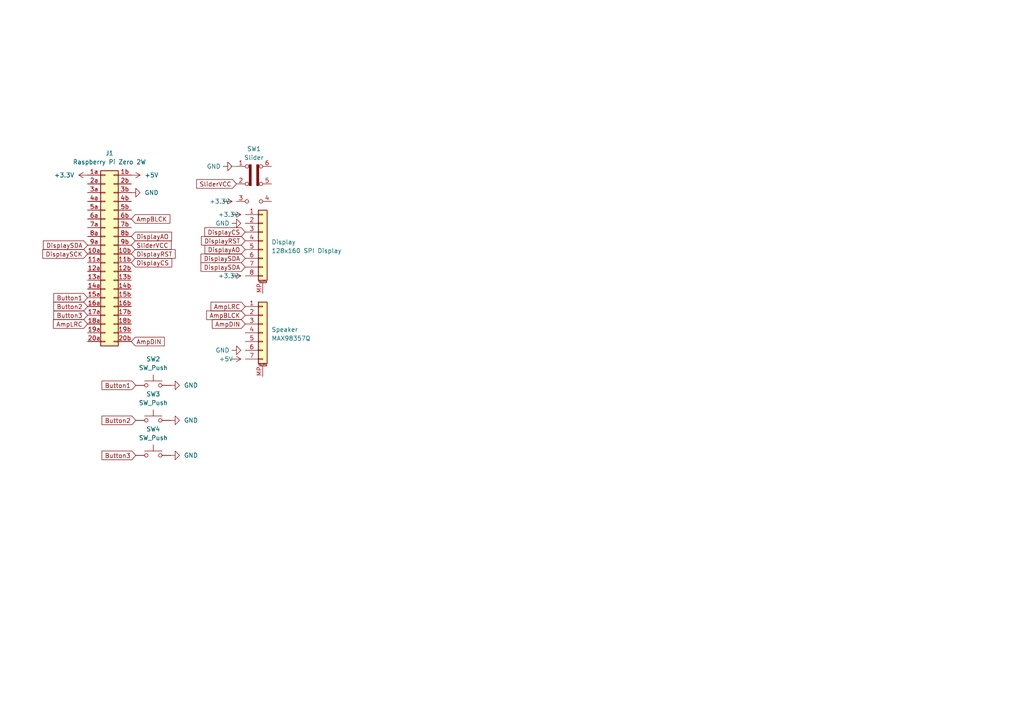
<source format=kicad_sch>
(kicad_sch (version 20250114) (generator "eeschema") (generator_version "9.0")
  (paper "A4")
  (lib_symbols
    (symbol "Connector_Generic:Conn_02x20_Row_Letter_Last" (pin_names (offset 1.016) (hide yes))
      (property "Reference" "J" (at 1.27 25.4 0))
      (property "Value" "Conn_02x20_Row_Letter_Last" (at 1.27 -27.94 0))
      (symbol "Conn_02x20_Row_Letter_Last_1_1"
        (rectangle (start -1.27 24.13) (end 3.81 -26.67) (stroke (width 0.254)) (fill (type background)))
        (rectangle (start -1.27 22.987) (end 0 22.733) (stroke (width 0.1524)))
        (rectangle (start -1.27 20.447) (end 0 20.193) (stroke (width 0.1524)))
        (rectangle (start -1.27 17.907) (end 0 17.653) (stroke (width 0.1524)))
        (rectangle (start -1.27 15.367) (end 0 15.113) (stroke (width 0.1524)))
        (rectangle (start -1.27 12.827) (end 0 12.573) (stroke (width 0.1524)))
        (rectangle (start -1.27 10.287) (end 0 10.033) (stroke (width 0.1524)))
        (rectangle (start -1.27 7.747) (end 0 7.493) (stroke (width 0.1524)))
        (rectangle (start -1.27 5.207) (end 0 4.953) (stroke (width 0.1524)))
        (rectangle (start -1.27 2.667) (end 0 2.413) (stroke (width 0.1524)))
        (rectangle (start -1.27 0.127) (end 0 -0.127) (stroke (width 0.1524)))
        (rectangle (start -1.27 -2.413) (end 0 -2.667) (stroke (width 0.1524)))
        (rectangle (start -1.27 -4.953) (end 0 -5.207) (stroke (width 0.1524)))
        (rectangle (start -1.27 -7.493) (end 0 -7.747) (stroke (width 0.1524)))
        (rectangle (start -1.27 -10.033) (end 0 -10.287) (stroke (width 0.1524)))
        (rectangle (start -1.27 -12.573) (end 0 -12.827) (stroke (width 0.1524)))
        (rectangle (start -1.27 -15.113) (end 0 -15.367) (stroke (width 0.1524)))
        (rectangle (start -1.27 -17.653) (end 0 -17.907) (stroke (width 0.1524)))
        (rectangle (start -1.27 -20.193) (end 0 -20.447) (stroke (width 0.1524)))
        (rectangle (start -1.27 -22.733) (end 0 -22.987) (stroke (width 0.1524)))
        (rectangle (start -1.27 -25.273) (end 0 -25.527) (stroke (width 0.1524)))
        (rectangle (start 3.81 22.987) (end 2.54 22.733) (stroke (width 0.1524)))
        (rectangle (start 3.81 20.447) (end 2.54 20.193) (stroke (width 0.1524)))
        (rectangle (start 3.81 17.907) (end 2.54 17.653) (stroke (width 0.1524)))
        (rectangle (start 3.81 15.367) (end 2.54 15.113) (stroke (width 0.1524)))
        (rectangle (start 3.81 12.827) (end 2.54 12.573) (stroke (width 0.1524)))
        (rectangle (start 3.81 10.287) (end 2.54 10.033) (stroke (width 0.1524)))
        (rectangle (start 3.81 7.747) (end 2.54 7.493) (stroke (width 0.1524)))
        (rectangle (start 3.81 5.207) (end 2.54 4.953) (stroke (width 0.1524)))
        (rectangle (start 3.81 2.667) (end 2.54 2.413) (stroke (width 0.1524)))
        (rectangle (start 3.81 0.127) (end 2.54 -0.127) (stroke (width 0.1524)))
        (rectangle (start 3.81 -2.413) (end 2.54 -2.667) (stroke (width 0.1524)))
        (rectangle (start 3.81 -4.953) (end 2.54 -5.207) (stroke (width 0.1524)))
        (rectangle (start 3.81 -7.493) (end 2.54 -7.747) (stroke (width 0.1524)))
        (rectangle (start 3.81 -10.033) (end 2.54 -10.287) (stroke (width 0.1524)))
        (rectangle (start 3.81 -12.573) (end 2.54 -12.827) (stroke (width 0.1524)))
        (rectangle (start 3.81 -15.113) (end 2.54 -15.367) (stroke (width 0.1524)))
        (rectangle (start 3.81 -17.653) (end 2.54 -17.907) (stroke (width 0.1524)))
        (rectangle (start 3.81 -20.193) (end 2.54 -20.447) (stroke (width 0.1524)))
        (rectangle (start 3.81 -22.733) (end 2.54 -22.987) (stroke (width 0.1524)))
        (rectangle (start 3.81 -25.273) (end 2.54 -25.527) (stroke (width 0.1524)))
        (pin passive line (at -5.08 22.86 0) (length 3.81) (name "Pin_1a") (number "1a"))
        (pin passive line (at -5.08 20.32 0) (length 3.81) (name "Pin_2a") (number "2a"))
        (pin passive line (at -5.08 17.78 0) (length 3.81) (name "Pin_3a") (number "3a"))
        (pin passive line (at -5.08 15.24 0) (length 3.81) (name "Pin_4a") (number "4a"))
        (pin passive line (at -5.08 12.7 0) (length 3.81) (name "Pin_5a") (number "5a"))
        (pin passive line (at -5.08 10.16 0) (length 3.81) (name "Pin_6a") (number "6a"))
        (pin passive line (at -5.08 7.62 0) (length 3.81) (name "Pin_7a") (number "7a"))
        (pin passive line (at -5.08 5.08 0) (length 3.81) (name "Pin_8a") (number "8a"))
        (pin passive line (at -5.08 2.54 0) (length 3.81) (name "Pin_9a") (number "9a"))
        (pin passive line (at -5.08 0 0) (length 3.81) (name "Pin_10a") (number "10a"))
        (pin passive line (at -5.08 -2.54 0) (length 3.81) (name "Pin_11a") (number "11a"))
        (pin passive line (at -5.08 -5.08 0) (length 3.81) (name "Pin_12a") (number "12a"))
        (pin passive line (at -5.08 -7.62 0) (length 3.81) (name "Pin_13a") (number "13a"))
        (pin passive line (at -5.08 -10.16 0) (length 3.81) (name "Pin_14a") (number "14a"))
        (pin passive line (at -5.08 -12.7 0) (length 3.81) (name "Pin_15a") (number "15a"))
        (pin passive line (at -5.08 -15.24 0) (length 3.81) (name "Pin_16a") (number "16a"))
        (pin passive line (at -5.08 -17.78 0) (length 3.81) (name "Pin_17a") (number "17a"))
        (pin passive line (at -5.08 -20.32 0) (length 3.81) (name "Pin_18a") (number "18a"))
        (pin passive line (at -5.08 -22.86 0) (length 3.81) (name "Pin_19a") (number "19a"))
        (pin passive line (at -5.08 -25.4 0) (length 3.81) (name "Pin_20a") (number "20a"))
        (pin passive line (at 7.62 22.86 180) (length 3.81) (name "Pin_1b") (number "1b"))
        (pin passive line (at 7.62 20.32 180) (length 3.81) (name "Pin_2b") (number "2b"))
        (pin passive line (at 7.62 17.78 180) (length 3.81) (name "Pin_3b") (number "3b"))
        (pin passive line (at 7.62 15.24 180) (length 3.81) (name "Pin_4b") (number "4b"))
        (pin passive line (at 7.62 12.7 180) (length 3.81) (name "Pin_5b") (number "5b"))
        (pin passive line (at 7.62 10.16 180) (length 3.81) (name "Pin_6b") (number "6b"))
        (pin passive line (at 7.62 7.62 180) (length 3.81) (name "Pin_7b") (number "7b"))
        (pin passive line (at 7.62 5.08 180) (length 3.81) (name "Pin_8b") (number "8b"))
        (pin passive line (at 7.62 2.54 180) (length 3.81) (name "Pin_9b") (number "9b"))
        (pin passive line (at 7.62 0 180) (length 3.81) (name "Pin_10b") (number "10b"))
        (pin passive line (at 7.62 -2.54 180) (length 3.81) (name "Pin_11b") (number "11b"))
        (pin passive line (at 7.62 -5.08 180) (length 3.81) (name "Pin_12b") (number "12b"))
        (pin passive line (at 7.62 -7.62 180) (length 3.81) (name "Pin_13b") (number "13b"))
        (pin passive line (at 7.62 -10.16 180) (length 3.81) (name "Pin_14b") (number "14b"))
        (pin passive line (at 7.62 -12.7 180) (length 3.81) (name "Pin_15b") (number "15b"))
        (pin passive line (at 7.62 -15.24 180) (length 3.81) (name "Pin_16b") (number "16b"))
        (pin passive line (at 7.62 -17.78 180) (length 3.81) (name "Pin_17b") (number "17b"))
        (pin passive line (at 7.62 -20.32 180) (length 3.81) (name "Pin_18b") (number "18b"))
        (pin passive line (at 7.62 -22.86 180) (length 3.81) (name "Pin_19b") (number "19b"))
        (pin passive line (at 7.62 -25.4 180) (length 3.81) (name "Pin_20b") (number "20b"))
      )
    )
    (symbol "Connector_Generic_MountingPin:Conn_01x07_MountingPin" (pin_names (offset 1.016) (hide yes))
      (property "Reference" "J" (at 0 10.16 0))
      (property "Value" "Conn_01x07_MountingPin" (at 1.27 -10.16 0))
      (symbol "Conn_01x07_MountingPin_1_1"
        (rectangle (start -1.27 8.89) (end 1.27 -8.89) (stroke (width 0.254)) (fill (type background)))
        (rectangle (start -1.27 7.747) (end 0 7.493) (stroke (width 0.1524)))
        (rectangle (start -1.27 5.207) (end 0 4.953) (stroke (width 0.1524)))
        (rectangle (start -1.27 2.667) (end 0 2.413) (stroke (width 0.1524)))
        (rectangle (start -1.27 0.127) (end 0 -0.127) (stroke (width 0.1524)))
        (rectangle (start -1.27 -2.413) (end 0 -2.667) (stroke (width 0.1524)))
        (rectangle (start -1.27 -4.953) (end 0 -5.207) (stroke (width 0.1524)))
        (rectangle (start -1.27 -7.493) (end 0 -7.747) (stroke (width 0.1524)))
        (polyline (pts (xy -1.016 -9.652) (xy 1.016 -9.652)) (stroke (width 0.1524)))
        (text "Mounting" (at 0 -9.271 0) (effects (font (size 0.381 0.381))))
        (pin passive line (at -5.08 7.62 0) (length 3.81) (name "Pin_1") (number "1"))
        (pin passive line (at -5.08 5.08 0) (length 3.81) (name "Pin_2") (number "2"))
        (pin passive line (at -5.08 2.54 0) (length 3.81) (name "Pin_3") (number "3"))
        (pin passive line (at -5.08 0 0) (length 3.81) (name "Pin_4") (number "4"))
        (pin passive line (at -5.08 -2.54 0) (length 3.81) (name "Pin_5") (number "5"))
        (pin passive line (at -5.08 -5.08 0) (length 3.81) (name "Pin_6") (number "6"))
        (pin passive line (at -5.08 -7.62 0) (length 3.81) (name "Pin_7") (number "7"))
        (pin passive line (at 0 -12.7 90) (length 3.048) (name "MountPin") (number "MP"))
      )
    )
    (symbol "Connector_Generic_MountingPin:Conn_01x08_MountingPin" (pin_names (offset 1.016) (hide yes))
      (property "Reference" "J" (at 0 10.16 0))
      (property "Value" "Conn_01x08_MountingPin" (at 1.27 -12.7 0))
      (symbol "Conn_01x08_MountingPin_1_1"
        (rectangle (start -1.27 8.89) (end 1.27 -11.43) (stroke (width 0.254)) (fill (type background)))
        (rectangle (start -1.27 7.747) (end 0 7.493) (stroke (width 0.1524)))
        (rectangle (start -1.27 5.207) (end 0 4.953) (stroke (width 0.1524)))
        (rectangle (start -1.27 2.667) (end 0 2.413) (stroke (width 0.1524)))
        (rectangle (start -1.27 0.127) (end 0 -0.127) (stroke (width 0.1524)))
        (rectangle (start -1.27 -2.413) (end 0 -2.667) (stroke (width 0.1524)))
        (rectangle (start -1.27 -4.953) (end 0 -5.207) (stroke (width 0.1524)))
        (rectangle (start -1.27 -7.493) (end 0 -7.747) (stroke (width 0.1524)))
        (rectangle (start -1.27 -10.033) (end 0 -10.287) (stroke (width 0.1524)))
        (polyline (pts (xy -1.016 -12.192) (xy 1.016 -12.192)) (stroke (width 0.1524)))
        (text "Mounting" (at 0 -11.811 0) (effects (font (size 0.381 0.381))))
        (pin passive line (at -5.08 7.62 0) (length 3.81) (name "Pin_1") (number "1"))
        (pin passive line (at -5.08 5.08 0) (length 3.81) (name "Pin_2") (number "2"))
        (pin passive line (at -5.08 2.54 0) (length 3.81) (name "Pin_3") (number "3"))
        (pin passive line (at -5.08 0 0) (length 3.81) (name "Pin_4") (number "4"))
        (pin passive line (at -5.08 -2.54 0) (length 3.81) (name "Pin_5") (number "5"))
        (pin passive line (at -5.08 -5.08 0) (length 3.81) (name "Pin_6") (number "6"))
        (pin passive line (at -5.08 -7.62 0) (length 3.81) (name "Pin_7") (number "7"))
        (pin passive line (at -5.08 -10.16 0) (length 3.81) (name "Pin_8") (number "8"))
        (pin passive line (at 0 -15.24 90) (length 3.048) (name "MountPin") (number "MP"))
      )
    )
    (symbol "Switch:SW_Push" (pin_numbers (hide yes)) (pin_names (offset 1.016) (hide yes))
      (property "Reference" "SW" (at 1.27 2.54 0))
      (property "Value" "SW_Push" (at 0 -1.524 0))
      (symbol "SW_Push_0_1"
        (circle (center -2.032 0) (radius 0.508))
        (polyline (pts (xy 0 1.27) (xy 0 3.048)))
        (circle (center 2.032 0) (radius 0.508))
        (polyline (pts (xy 2.54 1.27) (xy -2.54 1.27)))
        (pin passive line (at -5.08 0 0) (length 2.54) (name "1") (number "1"))
        (pin passive line (at 5.08 0 180) (length 2.54) (name "2") (number "2"))
      )
    )
    (symbol "Switch:SW_Slide_DPDT" (pin_names (offset 0) (hide yes))
      (property "Reference" "SW" (at 0 6.858 0))
      (property "Value" "SW_Slide_DPDT" (at 0 -8.128 0))
      (symbol "SW_Slide_DPDT_0_0"
        (circle (center -2.032 5.08) (radius 0.508))
        (circle (center -2.032 -5.08) (radius 0.508))
        (circle (center 2.032 0) (radius 0.508))
        (circle (center 2.032 -5.08) (radius 0.508))
      )
      (symbol "SW_Slide_DPDT_0_1"
        (circle (center -2.032 0) (radius 0.508))
        (circle (center 2.032 5.08) (radius 0.508))
      )
      (symbol "SW_Slide_DPDT_1_1"
        (rectangle (start -1.397 5.588) (end -0.762 -0.508) (fill (type outline)))
        (rectangle (start 0.762 5.588) (end 1.397 -0.508) (fill (type outline)))
        (pin passive line (at -5.08 5.08 0) (length 2.54) (name "A") (number "1"))
        (pin passive line (at -5.08 0 0) (length 2.54) (name "B") (number "2"))
        (pin passive line (at -5.08 -5.08 0) (length 2.54) (name "C") (number "3"))
        (pin passive line (at 5.08 5.08 180) (length 2.54) (name "C") (number "6"))
        (pin passive line (at 5.08 0 180) (length 2.54) (name "B") (number "5"))
        (pin passive line (at 5.08 -5.08 180) (length 2.54) (name "A") (number "4"))
      )
    )
    (symbol "power:+3.3V" (power) (pin_numbers (hide yes)) (pin_names (offset 0) (hide yes))
      (property "Value" "+3.3V" (at 0 3.556 0))
      (symbol "+3.3V_0_1"
        (polyline (pts (xy -0.762 1.27) (xy 0 2.54)))
        (polyline (pts (xy 0 2.54) (xy 0.762 1.27)))
        (polyline (pts (xy 0 0) (xy 0 2.54)))
      )
      (symbol "+3.3V_1_1"
        (pin power_in line (at 0 0 90) (length 0) (name "~") (number "1"))
      )
    )
    (symbol "power:+5V" (power) (pin_numbers (hide yes)) (pin_names (offset 0) (hide yes))
      (property "Value" "+5V" (at 0 3.556 0))
      (symbol "+5V_0_1"
        (polyline (pts (xy -0.762 1.27) (xy 0 2.54)))
        (polyline (pts (xy 0 2.54) (xy 0.762 1.27)))
        (polyline (pts (xy 0 0) (xy 0 2.54)))
      )
      (symbol "+5V_1_1"
        (pin power_in line (at 0 0 90) (length 0) (name "~") (number "1"))
      )
    )
    (symbol "power:GND" (power) (pin_numbers (hide yes)) (pin_names (offset 0) (hide yes))
      (property "Value" "GND" (at 0 -3.81 0))
      (symbol "GND_0_1"
        (polyline (pts (xy 0 0) (xy 0 -1.27) (xy 1.27 -1.27) (xy 0 -2.54) (xy -1.27 -1.27) (xy 0 -1.27)))
      )
      (symbol "GND_1_1"
        (pin power_in line (at 0 0 270) (length 0) (name "~") (number "1"))
      )
    )
  )
  (wire (pts (xy 67.31 104.14) (xy 71.12 104.14)) (stroke (width 0) (type dot)))
  (wire (pts (xy 67.31 62.23) (xy 71.12 62.23)) (stroke (width 0) (type dot)))
  (wire (pts (xy 64.77 58.42) (xy 68.58 58.42)) (stroke (width 0) (type dot)))
  (wire (pts (xy 67.31 101.6) (xy 71.12 101.6)) (stroke (width 0) (type dot)))
  (wire (pts (xy 68.58 48.26) (xy 64.77 48.26)) (stroke (width 0) (type dash_dot_dot)))
  (wire (pts (xy 67.31 80.01) (xy 71.12 80.01)) (stroke (width 0) (type dot)))
  (global_label "AmpBLCK" (shape input) (at 71.12 91.44 180) (property "Intersheetrefs" "${INTERSHEET_REFS}" (effects (hide yes))))
  (global_label "DisplaySDA" (shape input) (at 71.12 77.47 180) (property "Intersheetrefs" "${INTERSHEET_REFS}" (effects (hide yes))))
  (global_label "Button2" (shape input) (at 25.4 88.9 180) (property "Intersheetrefs" "${INTERSHEET_REFS}" (effects (hide yes))))
  (global_label "DisplayRST" (shape input) (at 38.1 73.66 0) (property "Intersheetrefs" "${INTERSHEET_REFS}" (effects (hide yes))))
  (global_label "DisplayAO" (shape input) (at 71.12 72.39 180) (property "Intersheetrefs" "${INTERSHEET_REFS}" (effects (hide yes))))
  (global_label "Button3" (shape input) (at 39.37 132.08 180) (property "Intersheetrefs" "${INTERSHEET_REFS}" (effects (hide yes))))
  (global_label "DisplayCS" (shape input) (at 38.1 76.2 0) (property "Intersheetrefs" "${INTERSHEET_REFS}" (effects (hide yes))))
  (global_label "AmpDIN" (shape input) (at 38.1 99.06 0) (property "Intersheetrefs" "${INTERSHEET_REFS}" (effects (hide yes))))
  (global_label "DisplaySDA" (shape input) (at 25.4 71.12 180) (property "Intersheetrefs" "${INTERSHEET_REFS}" (effects (hide yes))))
  (global_label "Button2" (shape input) (at 39.37 121.92 180) (property "Intersheetrefs" "${INTERSHEET_REFS}" (effects (hide yes))))
  (global_label "DisplayCS" (shape input) (at 71.12 67.31 180) (property "Intersheetrefs" "${INTERSHEET_REFS}" (effects (hide yes))))
  (global_label "SliderVCC" (shape input) (at 38.1 71.12 0) (property "Intersheetrefs" "${INTERSHEET_REFS}" (effects (hide yes))))
  (global_label "Button1" (shape input) (at 25.4 86.36 180) (property "Intersheetrefs" "${INTERSHEET_REFS}" (effects (hide yes))))
  (global_label "Button1" (shape input) (at 39.37 111.76 180) (property "Intersheetrefs" "${INTERSHEET_REFS}" (effects (hide yes))))
  (global_label "DisplayAO" (shape input) (at 38.1 68.58 0) (property "Intersheetrefs" "${INTERSHEET_REFS}" (effects (hide yes))))
  (global_label "AmpDIN" (shape input) (at 71.12 93.98 180) (property "Intersheetrefs" "${INTERSHEET_REFS}" (effects (hide yes))))
  (global_label "DisplayRST" (shape input) (at 71.12 69.85 180) (property "Intersheetrefs" "${INTERSHEET_REFS}" (effects (hide yes))))
  (global_label "AmpLRC" (shape input) (at 25.4 93.98 180) (property "Intersheetrefs" "${INTERSHEET_REFS}" (effects (hide yes))))
  (global_label "AmpBLCK" (shape input) (at 38.1 63.5 0) (property "Intersheetrefs" "${INTERSHEET_REFS}" (effects (hide yes))))
  (global_label "SliderVCC" (shape input) (at 68.58 53.34 180) (property "Intersheetrefs" "${INTERSHEET_REFS}" (effects (hide yes))))
  (global_label "AmpLRC" (shape input) (at 71.12 88.9 180) (property "Intersheetrefs" "${INTERSHEET_REFS}" (effects (hide yes))))
  (global_label "DisplaySCK" (shape input) (at 25.4 73.66 180) (property "Intersheetrefs" "${INTERSHEET_REFS}" (effects (hide yes))))
  (global_label "Button3" (shape input) (at 25.4 91.44 180) (property "Intersheetrefs" "${INTERSHEET_REFS}" (effects (hide yes))))
  (global_label "DisplaySDA" (shape input) (at 71.12 74.93 180) (property "Intersheetrefs" "${INTERSHEET_REFS}" (effects (hide yes))))
  (symbol (lib_id "power:+3.3V") (at 25.4 50.8 90) (unit 1)
    (property "Reference" "#PWR02" (effects (hide yes)))
    (property "Value" "+3.3V" (at 21.59 50.8 90) (effects (justify left)))
    (property "Description" "Power symbol creates a global label with name \"+3.3V\"" (effects (hide yes)))
  )
  (symbol (lib_id "Connector_Generic:Conn_02x20_Row_Letter_Last") (at 30.48 73.66 0) (unit 1)
    (property "Reference" "J1" (at 31.75 44.45 0))
    (property "Value" "Raspberry Pi Zero 2W" (at 31.75 46.99 0))
    (property "Footprint" "Connector_JST:JST_PUD_B40B-PUDSS_2x20_P2.00mm_Vertical" (effects (hide yes)))
    (property "Description" "Generic connector, double row, 02x20, row letter last pin numbering scheme (pin number consists of a letter for the row and a number for the pin index in this row. 1a, ..., Na; 1b, ..., Nb)), script generated (kicad-library-utils/schlib/autogen/connector/)" (effects (hide yes)))
  )
  (symbol (lib_id "power:+3.3V") (at 67.31 80.01 270) (unit 1)
    (property "Reference" "#PWR05" (effects (hide yes)))
    (property "Value" "+3.3V" (at 63.246 80.01 90) (effects (justify left)))
    (property "Description" "Power symbol creates a global label with name \"+3.3V\"" (effects (hide yes)))
  )
  (symbol (lib_id "Connector_Generic_MountingPin:Conn_01x08_MountingPin") (at 76.2 69.85 0) (unit 1)
    (property "Reference" "Display" (at 78.74 70.2056 0) (effects (justify left)))
    (property "Value" "128x160 SPI Display" (at 78.74 72.7456 0) (effects (justify left)))
    (property "Footprint" "Display:CR2013-MI2120" (effects (hide yes)))
    (property "Description" "Generic connectable mounting pin connector, single row, 01x08, script generated (kicad-library-utils/schlib/autogen/connector/)" (effects (hide yes)))
  )
  (symbol (lib_id "Switch:SW_Slide_DPDT") (at 73.66 53.34 0) (unit 1)
    (property "Reference" "SW1" (at 73.66 43.18 0))
    (property "Value" "Slider" (at 73.66 45.72 0))
    (property "Description" "Slide Switch, dual pole double throw" (effects (hide yes)))
  )
  (symbol (lib_id "Switch:SW_Push") (at 44.45 132.08 0) (unit 1)
    (property "Reference" "SW4" (at 44.45 124.46 0))
    (property "Value" "SW_Push" (at 44.45 127 0))
    (property "Description" "Push button switch, generic, two pins" (effects (hide yes)))
  )
  (symbol (lib_id "power:GND") (at 38.1 55.88 90) (unit 1)
    (property "Reference" "#PWR01" (effects (hide yes)))
    (property "Value" "GND" (at 41.91 55.88 90) (effects (justify right)))
    (property "Description" "Power symbol creates a global label with name \"GND\" , ground" (effects (hide yes)))
  )
  (symbol (lib_id "power:+5V") (at 67.31 104.14 270) (unit 1)
    (property "Reference" "#PWR09" (effects (hide yes)))
    (property "Value" "+5V" (at 63.5 104.14 90) (effects (justify left)))
    (property "Description" "Power symbol creates a global label with name \"+5V\"" (effects (hide yes)))
  )
  (symbol (lib_id "power:GND") (at 49.53 121.92 90) (unit 1)
    (property "Reference" "#PWR012" (effects (hide yes)))
    (property "Value" "GND" (at 53.34 121.92 90) (effects (justify right)))
    (property "Description" "Power symbol creates a global label with name \"GND\" , ground" (effects (hide yes)))
  )
  (symbol (lib_id "power:GND") (at 67.31 101.6 90) (unit 1)
    (property "Reference" "#PWR010" (effects (hide yes)))
    (property "Value" "GND" (at 62.484 101.6 90) (effects (justify right)))
    (property "Description" "Power symbol creates a global label with name \"GND\" , ground" (effects (hide yes)))
  )
  (symbol (lib_id "power:GND") (at 49.53 132.08 90) (unit 1)
    (property "Reference" "#PWR013" (effects (hide yes)))
    (property "Value" "GND" (at 53.34 132.08 90) (effects (justify right)))
    (property "Description" "Power symbol creates a global label with name \"GND\" , ground" (effects (hide yes)))
  )
  (symbol (lib_id "Switch:SW_Push") (at 44.45 111.76 0) (unit 1)
    (property "Reference" "SW2" (at 44.45 104.14 0))
    (property "Value" "SW_Push" (at 44.45 106.68 0))
    (property "Description" "Push button switch, generic, two pins" (effects (hide yes)))
  )
  (symbol (lib_id "power:GND") (at 49.53 111.76 90) (unit 1)
    (property "Reference" "#PWR011" (effects (hide yes)))
    (property "Value" "GND" (at 53.34 111.76 90) (effects (justify right)))
    (property "Description" "Power symbol creates a global label with name \"GND\" , ground" (effects (hide yes)))
  )
  (symbol (lib_id "power:+3.3V") (at 67.31 62.23 270) (unit 1)
    (property "Reference" "#PWR03" (effects (hide yes)))
    (property "Value" "+3.3V" (at 63.246 62.23 90) (effects (justify left)))
    (property "Description" "Power symbol creates a global label with name \"+3.3V\"" (effects (hide yes)))
  )
  (symbol (lib_id "power:+5V") (at 38.1 50.8 270) (unit 1)
    (property "Reference" "#PWR08" (effects (hide yes)))
    (property "Value" "+5V" (at 41.91 50.8 90) (effects (justify left)))
    (property "Description" "Power symbol creates a global label with name \"+5V\"" (effects (hide yes)))
  )
  (symbol (lib_id "Switch:SW_Push") (at 44.45 121.92 0) (unit 1)
    (property "Reference" "SW3" (at 44.45 114.3 0))
    (property "Value" "SW_Push" (at 44.45 116.84 0))
    (property "Description" "Push button switch, generic, two pins" (effects (hide yes)))
  )
  (symbol (lib_id "Connector_Generic_MountingPin:Conn_01x07_MountingPin") (at 76.2 96.52 0) (unit 1)
    (property "Reference" "Speaker" (at 78.74 95.6056 0) (effects (justify left)))
    (property "Value" "MAX98357Q" (at 78.74 98.1456 0) (effects (justify left)))
    (property "Description" "Generic connectable mounting pin connector, single row, 01x07, script generated (kicad-library-utils/schlib/autogen/connector/)" (effects (hide yes)))
  )
  (symbol (lib_id "power:GND") (at 67.31 64.77 90) (unit 1)
    (property "Reference" "#PWR04" (effects (hide yes)))
    (property "Value" "GND" (at 62.484 64.77 90) (effects (justify right)))
    (property "Description" "Power symbol creates a global label with name \"GND\" , ground" (effects (hide yes)))
  )
  (symbol (lib_id "power:GND") (at 64.77 48.26 90) (unit 1)
    (property "Reference" "#PWR06" (effects (hide yes)))
    (property "Value" "GND" (at 59.944 48.26 90) (effects (justify right)))
    (property "Description" "Power symbol creates a global label with name \"GND\" , ground" (effects (hide yes)))
  )
  (symbol (lib_id "power:+3.3V") (at 64.77 58.42 270) (unit 1)
    (property "Reference" "#PWR07" (effects (hide yes)))
    (property "Value" "+3.3V" (at 60.706 58.42 90) (effects (justify left)))
    (property "Description" "Power symbol creates a global label with name \"+3.3V\"" (effects (hide yes)))
  )
)
</source>
